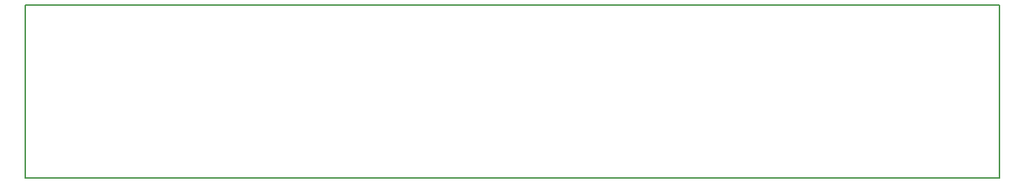
<source format=gbr>
G04 #@! TF.GenerationSoftware,KiCad,Pcbnew,(5.0.2)-1*
G04 #@! TF.CreationDate,2019-01-01T19:20:52-08:00*
G04 #@! TF.ProjectId,500-1140,3530302d-3131-4343-902e-6b696361645f,rev?*
G04 #@! TF.SameCoordinates,Original*
G04 #@! TF.FileFunction,Profile,NP*
%FSLAX46Y46*%
G04 Gerber Fmt 4.6, Leading zero omitted, Abs format (unit mm)*
G04 Created by KiCad (PCBNEW (5.0.2)-1) date 1/1/2019 7:20:52 PM*
%MOMM*%
%LPD*%
G01*
G04 APERTURE LIST*
%ADD10C,0.150000*%
G04 APERTURE END LIST*
D10*
X173990000Y-55880000D02*
X173990000Y-76200000D01*
X59690000Y-55880000D02*
X173990000Y-55880000D01*
X59690000Y-76200000D02*
X59690000Y-55880000D01*
X173990000Y-76200000D02*
X59690000Y-76200000D01*
M02*

</source>
